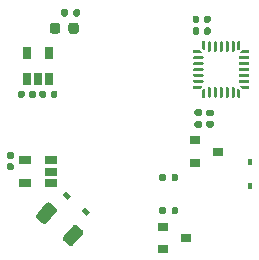
<source format=gtp>
%TF.GenerationSoftware,KiCad,Pcbnew,(5.1.8)-1*%
%TF.CreationDate,2021-07-21T00:03:38+02:00*%
%TF.ProjectId,PX12_Board,50583132-5f42-46f6-9172-642e6b696361,V1.0*%
%TF.SameCoordinates,Original*%
%TF.FileFunction,Paste,Top*%
%TF.FilePolarity,Positive*%
%FSLAX46Y46*%
G04 Gerber Fmt 4.6, Leading zero omitted, Abs format (unit mm)*
G04 Created by KiCad (PCBNEW (5.1.8)-1) date 2021-07-21 00:03:38*
%MOMM*%
%LPD*%
G01*
G04 APERTURE LIST*
%ADD10R,0.650000X1.060000*%
%ADD11R,0.900000X0.800000*%
%ADD12R,1.060000X0.650000*%
%ADD13C,0.100000*%
%ADD14R,0.450000X0.600000*%
G04 APERTURE END LIST*
D10*
%TO.C,U1*%
X165800000Y-93850000D03*
X167700000Y-93850000D03*
X167700000Y-96050000D03*
X166750000Y-96050000D03*
X165800000Y-96050000D03*
%TD*%
%TO.C,D3*%
G36*
G01*
X167737500Y-92006250D02*
X167737500Y-91493750D01*
G75*
G02*
X167956250Y-91275000I218750J0D01*
G01*
X168393750Y-91275000D01*
G75*
G02*
X168612500Y-91493750I0J-218750D01*
G01*
X168612500Y-92006250D01*
G75*
G02*
X168393750Y-92225000I-218750J0D01*
G01*
X167956250Y-92225000D01*
G75*
G02*
X167737500Y-92006250I0J218750D01*
G01*
G37*
G36*
G01*
X169312500Y-92006250D02*
X169312500Y-91493750D01*
G75*
G02*
X169531250Y-91275000I218750J0D01*
G01*
X169968750Y-91275000D01*
G75*
G02*
X170187500Y-91493750I0J-218750D01*
G01*
X170187500Y-92006250D01*
G75*
G02*
X169968750Y-92225000I-218750J0D01*
G01*
X169531250Y-92225000D01*
G75*
G02*
X169312500Y-92006250I0J218750D01*
G01*
G37*
%TD*%
D11*
%TO.C,Q1*%
X182000000Y-102200000D03*
X180000000Y-103150000D03*
X180000000Y-101250000D03*
%TD*%
%TO.C,Q2*%
X177300000Y-108550000D03*
X177300000Y-110450000D03*
X179300000Y-109500000D03*
%TD*%
%TO.C,R2*%
G36*
G01*
X170532644Y-109182788D02*
X169729156Y-110140348D01*
G75*
G02*
X169376952Y-110171162I-191509J160695D01*
G01*
X168898170Y-109769416D01*
G75*
G02*
X168867356Y-109417212I160695J191509D01*
G01*
X169670844Y-108459652D01*
G75*
G02*
X170023048Y-108428838I191509J-160695D01*
G01*
X170501830Y-108830584D01*
G75*
G02*
X170532644Y-109182788I-160695J-191509D01*
G01*
G37*
G36*
G01*
X168291964Y-107302634D02*
X167488476Y-108260194D01*
G75*
G02*
X167136272Y-108291008I-191509J160695D01*
G01*
X166657490Y-107889262D01*
G75*
G02*
X166626676Y-107537058I160695J191509D01*
G01*
X167430164Y-106579498D01*
G75*
G02*
X167782368Y-106548684I191509J-160695D01*
G01*
X168261150Y-106950430D01*
G75*
G02*
X168291964Y-107302634I-160695J-191509D01*
G01*
G37*
%TD*%
D12*
%TO.C,U2*%
X167800000Y-104850000D03*
X167800000Y-103900000D03*
X167800000Y-102950000D03*
X165600000Y-102950000D03*
X165600000Y-104850000D03*
%TD*%
D13*
%TO.C,U3*%
G36*
X180625865Y-97039861D02*
G01*
X180628425Y-97031419D01*
X180632584Y-97023639D01*
X180638180Y-97016820D01*
X180771820Y-96883180D01*
X180778639Y-96877584D01*
X180786419Y-96873425D01*
X180794861Y-96870865D01*
X180803640Y-96870000D01*
X180830000Y-96870000D01*
X180838779Y-96870865D01*
X180847221Y-96873425D01*
X180855001Y-96877584D01*
X180861820Y-96883180D01*
X180867416Y-96889999D01*
X180871575Y-96897779D01*
X180874135Y-96906221D01*
X180875000Y-96915000D01*
X180875000Y-97580000D01*
X180874135Y-97588779D01*
X180871575Y-97597221D01*
X180867416Y-97605001D01*
X180861820Y-97611820D01*
X180855001Y-97617416D01*
X180847221Y-97621575D01*
X180838779Y-97624135D01*
X180830000Y-97625000D01*
X180670000Y-97625000D01*
X180661221Y-97624135D01*
X180652779Y-97621575D01*
X180644999Y-97617416D01*
X180638180Y-97611820D01*
X180632584Y-97605001D01*
X180628425Y-97597221D01*
X180625865Y-97588779D01*
X180625000Y-97580000D01*
X180625000Y-97048640D01*
X180625865Y-97039861D01*
G37*
G36*
G01*
X181312500Y-97625000D02*
X181187500Y-97625000D01*
G75*
G02*
X181125000Y-97562500I0J62500D01*
G01*
X181125000Y-96812500D01*
G75*
G02*
X181187500Y-96750000I62500J0D01*
G01*
X181312500Y-96750000D01*
G75*
G02*
X181375000Y-96812500I0J-62500D01*
G01*
X181375000Y-97562500D01*
G75*
G02*
X181312500Y-97625000I-62500J0D01*
G01*
G37*
G36*
G01*
X181812500Y-97625000D02*
X181687500Y-97625000D01*
G75*
G02*
X181625000Y-97562500I0J62500D01*
G01*
X181625000Y-96812500D01*
G75*
G02*
X181687500Y-96750000I62500J0D01*
G01*
X181812500Y-96750000D01*
G75*
G02*
X181875000Y-96812500I0J-62500D01*
G01*
X181875000Y-97562500D01*
G75*
G02*
X181812500Y-97625000I-62500J0D01*
G01*
G37*
G36*
G01*
X182312500Y-97625000D02*
X182187500Y-97625000D01*
G75*
G02*
X182125000Y-97562500I0J62500D01*
G01*
X182125000Y-96812500D01*
G75*
G02*
X182187500Y-96750000I62500J0D01*
G01*
X182312500Y-96750000D01*
G75*
G02*
X182375000Y-96812500I0J-62500D01*
G01*
X182375000Y-97562500D01*
G75*
G02*
X182312500Y-97625000I-62500J0D01*
G01*
G37*
G36*
G01*
X182812500Y-97625000D02*
X182687500Y-97625000D01*
G75*
G02*
X182625000Y-97562500I0J62500D01*
G01*
X182625000Y-96812500D01*
G75*
G02*
X182687500Y-96750000I62500J0D01*
G01*
X182812500Y-96750000D01*
G75*
G02*
X182875000Y-96812500I0J-62500D01*
G01*
X182875000Y-97562500D01*
G75*
G02*
X182812500Y-97625000I-62500J0D01*
G01*
G37*
G36*
G01*
X183312500Y-97625000D02*
X183187500Y-97625000D01*
G75*
G02*
X183125000Y-97562500I0J62500D01*
G01*
X183125000Y-96812500D01*
G75*
G02*
X183187500Y-96750000I62500J0D01*
G01*
X183312500Y-96750000D01*
G75*
G02*
X183375000Y-96812500I0J-62500D01*
G01*
X183375000Y-97562500D01*
G75*
G02*
X183312500Y-97625000I-62500J0D01*
G01*
G37*
G36*
X183625865Y-96906221D02*
G01*
X183628425Y-96897779D01*
X183632584Y-96889999D01*
X183638180Y-96883180D01*
X183644999Y-96877584D01*
X183652779Y-96873425D01*
X183661221Y-96870865D01*
X183670000Y-96870000D01*
X183696360Y-96870000D01*
X183705139Y-96870865D01*
X183713581Y-96873425D01*
X183721361Y-96877584D01*
X183728180Y-96883180D01*
X183861820Y-97016820D01*
X183867416Y-97023639D01*
X183871575Y-97031419D01*
X183874135Y-97039861D01*
X183875000Y-97048640D01*
X183875000Y-97580000D01*
X183874135Y-97588779D01*
X183871575Y-97597221D01*
X183867416Y-97605001D01*
X183861820Y-97611820D01*
X183855001Y-97617416D01*
X183847221Y-97621575D01*
X183838779Y-97624135D01*
X183830000Y-97625000D01*
X183670000Y-97625000D01*
X183661221Y-97624135D01*
X183652779Y-97621575D01*
X183644999Y-97617416D01*
X183638180Y-97611820D01*
X183632584Y-97605001D01*
X183628425Y-97597221D01*
X183625865Y-97588779D01*
X183625000Y-97580000D01*
X183625000Y-96915000D01*
X183625865Y-96906221D01*
G37*
G36*
X183870865Y-96661221D02*
G01*
X183873425Y-96652779D01*
X183877584Y-96644999D01*
X183883180Y-96638180D01*
X183889999Y-96632584D01*
X183897779Y-96628425D01*
X183906221Y-96625865D01*
X183915000Y-96625000D01*
X184580000Y-96625000D01*
X184588779Y-96625865D01*
X184597221Y-96628425D01*
X184605001Y-96632584D01*
X184611820Y-96638180D01*
X184617416Y-96644999D01*
X184621575Y-96652779D01*
X184624135Y-96661221D01*
X184625000Y-96670000D01*
X184625000Y-96830000D01*
X184624135Y-96838779D01*
X184621575Y-96847221D01*
X184617416Y-96855001D01*
X184611820Y-96861820D01*
X184605001Y-96867416D01*
X184597221Y-96871575D01*
X184588779Y-96874135D01*
X184580000Y-96875000D01*
X184048640Y-96875000D01*
X184039861Y-96874135D01*
X184031419Y-96871575D01*
X184023639Y-96867416D01*
X184016820Y-96861820D01*
X183883180Y-96728180D01*
X183877584Y-96721361D01*
X183873425Y-96713581D01*
X183870865Y-96705139D01*
X183870000Y-96696360D01*
X183870000Y-96670000D01*
X183870865Y-96661221D01*
G37*
G36*
G01*
X184562500Y-96375000D02*
X183812500Y-96375000D01*
G75*
G02*
X183750000Y-96312500I0J62500D01*
G01*
X183750000Y-96187500D01*
G75*
G02*
X183812500Y-96125000I62500J0D01*
G01*
X184562500Y-96125000D01*
G75*
G02*
X184625000Y-96187500I0J-62500D01*
G01*
X184625000Y-96312500D01*
G75*
G02*
X184562500Y-96375000I-62500J0D01*
G01*
G37*
G36*
G01*
X184562500Y-95875000D02*
X183812500Y-95875000D01*
G75*
G02*
X183750000Y-95812500I0J62500D01*
G01*
X183750000Y-95687500D01*
G75*
G02*
X183812500Y-95625000I62500J0D01*
G01*
X184562500Y-95625000D01*
G75*
G02*
X184625000Y-95687500I0J-62500D01*
G01*
X184625000Y-95812500D01*
G75*
G02*
X184562500Y-95875000I-62500J0D01*
G01*
G37*
G36*
G01*
X184562500Y-95375000D02*
X183812500Y-95375000D01*
G75*
G02*
X183750000Y-95312500I0J62500D01*
G01*
X183750000Y-95187500D01*
G75*
G02*
X183812500Y-95125000I62500J0D01*
G01*
X184562500Y-95125000D01*
G75*
G02*
X184625000Y-95187500I0J-62500D01*
G01*
X184625000Y-95312500D01*
G75*
G02*
X184562500Y-95375000I-62500J0D01*
G01*
G37*
G36*
G01*
X184562500Y-94875000D02*
X183812500Y-94875000D01*
G75*
G02*
X183750000Y-94812500I0J62500D01*
G01*
X183750000Y-94687500D01*
G75*
G02*
X183812500Y-94625000I62500J0D01*
G01*
X184562500Y-94625000D01*
G75*
G02*
X184625000Y-94687500I0J-62500D01*
G01*
X184625000Y-94812500D01*
G75*
G02*
X184562500Y-94875000I-62500J0D01*
G01*
G37*
G36*
G01*
X184562500Y-94375000D02*
X183812500Y-94375000D01*
G75*
G02*
X183750000Y-94312500I0J62500D01*
G01*
X183750000Y-94187500D01*
G75*
G02*
X183812500Y-94125000I62500J0D01*
G01*
X184562500Y-94125000D01*
G75*
G02*
X184625000Y-94187500I0J-62500D01*
G01*
X184625000Y-94312500D01*
G75*
G02*
X184562500Y-94375000I-62500J0D01*
G01*
G37*
G36*
X183870865Y-93794861D02*
G01*
X183873425Y-93786419D01*
X183877584Y-93778639D01*
X183883180Y-93771820D01*
X184016820Y-93638180D01*
X184023639Y-93632584D01*
X184031419Y-93628425D01*
X184039861Y-93625865D01*
X184048640Y-93625000D01*
X184580000Y-93625000D01*
X184588779Y-93625865D01*
X184597221Y-93628425D01*
X184605001Y-93632584D01*
X184611820Y-93638180D01*
X184617416Y-93644999D01*
X184621575Y-93652779D01*
X184624135Y-93661221D01*
X184625000Y-93670000D01*
X184625000Y-93830000D01*
X184624135Y-93838779D01*
X184621575Y-93847221D01*
X184617416Y-93855001D01*
X184611820Y-93861820D01*
X184605001Y-93867416D01*
X184597221Y-93871575D01*
X184588779Y-93874135D01*
X184580000Y-93875000D01*
X183915000Y-93875000D01*
X183906221Y-93874135D01*
X183897779Y-93871575D01*
X183889999Y-93867416D01*
X183883180Y-93861820D01*
X183877584Y-93855001D01*
X183873425Y-93847221D01*
X183870865Y-93838779D01*
X183870000Y-93830000D01*
X183870000Y-93803640D01*
X183870865Y-93794861D01*
G37*
G36*
X183625865Y-92911221D02*
G01*
X183628425Y-92902779D01*
X183632584Y-92894999D01*
X183638180Y-92888180D01*
X183644999Y-92882584D01*
X183652779Y-92878425D01*
X183661221Y-92875865D01*
X183670000Y-92875000D01*
X183830000Y-92875000D01*
X183838779Y-92875865D01*
X183847221Y-92878425D01*
X183855001Y-92882584D01*
X183861820Y-92888180D01*
X183867416Y-92894999D01*
X183871575Y-92902779D01*
X183874135Y-92911221D01*
X183875000Y-92920000D01*
X183875000Y-93451360D01*
X183874135Y-93460139D01*
X183871575Y-93468581D01*
X183867416Y-93476361D01*
X183861820Y-93483180D01*
X183728180Y-93616820D01*
X183721361Y-93622416D01*
X183713581Y-93626575D01*
X183705139Y-93629135D01*
X183696360Y-93630000D01*
X183670000Y-93630000D01*
X183661221Y-93629135D01*
X183652779Y-93626575D01*
X183644999Y-93622416D01*
X183638180Y-93616820D01*
X183632584Y-93610001D01*
X183628425Y-93602221D01*
X183625865Y-93593779D01*
X183625000Y-93585000D01*
X183625000Y-92920000D01*
X183625865Y-92911221D01*
G37*
G36*
G01*
X183312500Y-93750000D02*
X183187500Y-93750000D01*
G75*
G02*
X183125000Y-93687500I0J62500D01*
G01*
X183125000Y-92937500D01*
G75*
G02*
X183187500Y-92875000I62500J0D01*
G01*
X183312500Y-92875000D01*
G75*
G02*
X183375000Y-92937500I0J-62500D01*
G01*
X183375000Y-93687500D01*
G75*
G02*
X183312500Y-93750000I-62500J0D01*
G01*
G37*
G36*
G01*
X182812500Y-93750000D02*
X182687500Y-93750000D01*
G75*
G02*
X182625000Y-93687500I0J62500D01*
G01*
X182625000Y-92937500D01*
G75*
G02*
X182687500Y-92875000I62500J0D01*
G01*
X182812500Y-92875000D01*
G75*
G02*
X182875000Y-92937500I0J-62500D01*
G01*
X182875000Y-93687500D01*
G75*
G02*
X182812500Y-93750000I-62500J0D01*
G01*
G37*
G36*
G01*
X182312500Y-93750000D02*
X182187500Y-93750000D01*
G75*
G02*
X182125000Y-93687500I0J62500D01*
G01*
X182125000Y-92937500D01*
G75*
G02*
X182187500Y-92875000I62500J0D01*
G01*
X182312500Y-92875000D01*
G75*
G02*
X182375000Y-92937500I0J-62500D01*
G01*
X182375000Y-93687500D01*
G75*
G02*
X182312500Y-93750000I-62500J0D01*
G01*
G37*
G36*
G01*
X181812500Y-93750000D02*
X181687500Y-93750000D01*
G75*
G02*
X181625000Y-93687500I0J62500D01*
G01*
X181625000Y-92937500D01*
G75*
G02*
X181687500Y-92875000I62500J0D01*
G01*
X181812500Y-92875000D01*
G75*
G02*
X181875000Y-92937500I0J-62500D01*
G01*
X181875000Y-93687500D01*
G75*
G02*
X181812500Y-93750000I-62500J0D01*
G01*
G37*
G36*
G01*
X181312500Y-93750000D02*
X181187500Y-93750000D01*
G75*
G02*
X181125000Y-93687500I0J62500D01*
G01*
X181125000Y-92937500D01*
G75*
G02*
X181187500Y-92875000I62500J0D01*
G01*
X181312500Y-92875000D01*
G75*
G02*
X181375000Y-92937500I0J-62500D01*
G01*
X181375000Y-93687500D01*
G75*
G02*
X181312500Y-93750000I-62500J0D01*
G01*
G37*
G36*
X180625865Y-92911221D02*
G01*
X180628425Y-92902779D01*
X180632584Y-92894999D01*
X180638180Y-92888180D01*
X180644999Y-92882584D01*
X180652779Y-92878425D01*
X180661221Y-92875865D01*
X180670000Y-92875000D01*
X180830000Y-92875000D01*
X180838779Y-92875865D01*
X180847221Y-92878425D01*
X180855001Y-92882584D01*
X180861820Y-92888180D01*
X180867416Y-92894999D01*
X180871575Y-92902779D01*
X180874135Y-92911221D01*
X180875000Y-92920000D01*
X180875000Y-93585000D01*
X180874135Y-93593779D01*
X180871575Y-93602221D01*
X180867416Y-93610001D01*
X180861820Y-93616820D01*
X180855001Y-93622416D01*
X180847221Y-93626575D01*
X180838779Y-93629135D01*
X180830000Y-93630000D01*
X180803640Y-93630000D01*
X180794861Y-93629135D01*
X180786419Y-93626575D01*
X180778639Y-93622416D01*
X180771820Y-93616820D01*
X180638180Y-93483180D01*
X180632584Y-93476361D01*
X180628425Y-93468581D01*
X180625865Y-93460139D01*
X180625000Y-93451360D01*
X180625000Y-92920000D01*
X180625865Y-92911221D01*
G37*
G36*
X179875865Y-93661221D02*
G01*
X179878425Y-93652779D01*
X179882584Y-93644999D01*
X179888180Y-93638180D01*
X179894999Y-93632584D01*
X179902779Y-93628425D01*
X179911221Y-93625865D01*
X179920000Y-93625000D01*
X180451360Y-93625000D01*
X180460139Y-93625865D01*
X180468581Y-93628425D01*
X180476361Y-93632584D01*
X180483180Y-93638180D01*
X180616820Y-93771820D01*
X180622416Y-93778639D01*
X180626575Y-93786419D01*
X180629135Y-93794861D01*
X180630000Y-93803640D01*
X180630000Y-93830000D01*
X180629135Y-93838779D01*
X180626575Y-93847221D01*
X180622416Y-93855001D01*
X180616820Y-93861820D01*
X180610001Y-93867416D01*
X180602221Y-93871575D01*
X180593779Y-93874135D01*
X180585000Y-93875000D01*
X179920000Y-93875000D01*
X179911221Y-93874135D01*
X179902779Y-93871575D01*
X179894999Y-93867416D01*
X179888180Y-93861820D01*
X179882584Y-93855001D01*
X179878425Y-93847221D01*
X179875865Y-93838779D01*
X179875000Y-93830000D01*
X179875000Y-93670000D01*
X179875865Y-93661221D01*
G37*
G36*
G01*
X180687500Y-94375000D02*
X179937500Y-94375000D01*
G75*
G02*
X179875000Y-94312500I0J62500D01*
G01*
X179875000Y-94187500D01*
G75*
G02*
X179937500Y-94125000I62500J0D01*
G01*
X180687500Y-94125000D01*
G75*
G02*
X180750000Y-94187500I0J-62500D01*
G01*
X180750000Y-94312500D01*
G75*
G02*
X180687500Y-94375000I-62500J0D01*
G01*
G37*
G36*
G01*
X180687500Y-94875000D02*
X179937500Y-94875000D01*
G75*
G02*
X179875000Y-94812500I0J62500D01*
G01*
X179875000Y-94687500D01*
G75*
G02*
X179937500Y-94625000I62500J0D01*
G01*
X180687500Y-94625000D01*
G75*
G02*
X180750000Y-94687500I0J-62500D01*
G01*
X180750000Y-94812500D01*
G75*
G02*
X180687500Y-94875000I-62500J0D01*
G01*
G37*
G36*
G01*
X180687500Y-95375000D02*
X179937500Y-95375000D01*
G75*
G02*
X179875000Y-95312500I0J62500D01*
G01*
X179875000Y-95187500D01*
G75*
G02*
X179937500Y-95125000I62500J0D01*
G01*
X180687500Y-95125000D01*
G75*
G02*
X180750000Y-95187500I0J-62500D01*
G01*
X180750000Y-95312500D01*
G75*
G02*
X180687500Y-95375000I-62500J0D01*
G01*
G37*
G36*
G01*
X180687500Y-95875000D02*
X179937500Y-95875000D01*
G75*
G02*
X179875000Y-95812500I0J62500D01*
G01*
X179875000Y-95687500D01*
G75*
G02*
X179937500Y-95625000I62500J0D01*
G01*
X180687500Y-95625000D01*
G75*
G02*
X180750000Y-95687500I0J-62500D01*
G01*
X180750000Y-95812500D01*
G75*
G02*
X180687500Y-95875000I-62500J0D01*
G01*
G37*
G36*
G01*
X180687500Y-96375000D02*
X179937500Y-96375000D01*
G75*
G02*
X179875000Y-96312500I0J62500D01*
G01*
X179875000Y-96187500D01*
G75*
G02*
X179937500Y-96125000I62500J0D01*
G01*
X180687500Y-96125000D01*
G75*
G02*
X180750000Y-96187500I0J-62500D01*
G01*
X180750000Y-96312500D01*
G75*
G02*
X180687500Y-96375000I-62500J0D01*
G01*
G37*
G36*
X179875865Y-96661221D02*
G01*
X179878425Y-96652779D01*
X179882584Y-96644999D01*
X179888180Y-96638180D01*
X179894999Y-96632584D01*
X179902779Y-96628425D01*
X179911221Y-96625865D01*
X179920000Y-96625000D01*
X180585000Y-96625000D01*
X180593779Y-96625865D01*
X180602221Y-96628425D01*
X180610001Y-96632584D01*
X180616820Y-96638180D01*
X180622416Y-96644999D01*
X180626575Y-96652779D01*
X180629135Y-96661221D01*
X180630000Y-96670000D01*
X180630000Y-96696360D01*
X180629135Y-96705139D01*
X180626575Y-96713581D01*
X180622416Y-96721361D01*
X180616820Y-96728180D01*
X180483180Y-96861820D01*
X180476361Y-96867416D01*
X180468581Y-96871575D01*
X180460139Y-96874135D01*
X180451360Y-96875000D01*
X179920000Y-96875000D01*
X179911221Y-96874135D01*
X179902779Y-96871575D01*
X179894999Y-96867416D01*
X179888180Y-96861820D01*
X179882584Y-96855001D01*
X179878425Y-96847221D01*
X179875865Y-96838779D01*
X179875000Y-96830000D01*
X179875000Y-96670000D01*
X179875865Y-96661221D01*
G37*
%TD*%
%TO.C,C1*%
G36*
G01*
X180380000Y-90830000D02*
X180380000Y-91170000D01*
G75*
G02*
X180240000Y-91310000I-140000J0D01*
G01*
X179960000Y-91310000D01*
G75*
G02*
X179820000Y-91170000I0J140000D01*
G01*
X179820000Y-90830000D01*
G75*
G02*
X179960000Y-90690000I140000J0D01*
G01*
X180240000Y-90690000D01*
G75*
G02*
X180380000Y-90830000I0J-140000D01*
G01*
G37*
G36*
G01*
X181340000Y-90830000D02*
X181340000Y-91170000D01*
G75*
G02*
X181200000Y-91310000I-140000J0D01*
G01*
X180920000Y-91310000D01*
G75*
G02*
X180780000Y-91170000I0J140000D01*
G01*
X180780000Y-90830000D01*
G75*
G02*
X180920000Y-90690000I140000J0D01*
G01*
X181200000Y-90690000D01*
G75*
G02*
X181340000Y-90830000I0J-140000D01*
G01*
G37*
%TD*%
%TO.C,C2*%
G36*
G01*
X164570000Y-103760000D02*
X164230000Y-103760000D01*
G75*
G02*
X164090000Y-103620000I0J140000D01*
G01*
X164090000Y-103340000D01*
G75*
G02*
X164230000Y-103200000I140000J0D01*
G01*
X164570000Y-103200000D01*
G75*
G02*
X164710000Y-103340000I0J-140000D01*
G01*
X164710000Y-103620000D01*
G75*
G02*
X164570000Y-103760000I-140000J0D01*
G01*
G37*
G36*
G01*
X164570000Y-102800000D02*
X164230000Y-102800000D01*
G75*
G02*
X164090000Y-102660000I0J140000D01*
G01*
X164090000Y-102380000D01*
G75*
G02*
X164230000Y-102240000I140000J0D01*
G01*
X164570000Y-102240000D01*
G75*
G02*
X164710000Y-102380000I0J-140000D01*
G01*
X164710000Y-102660000D01*
G75*
G02*
X164570000Y-102800000I-140000J0D01*
G01*
G37*
%TD*%
%TO.C,C3*%
G36*
G01*
X180380000Y-91830000D02*
X180380000Y-92170000D01*
G75*
G02*
X180240000Y-92310000I-140000J0D01*
G01*
X179960000Y-92310000D01*
G75*
G02*
X179820000Y-92170000I0J140000D01*
G01*
X179820000Y-91830000D01*
G75*
G02*
X179960000Y-91690000I140000J0D01*
G01*
X180240000Y-91690000D01*
G75*
G02*
X180380000Y-91830000I0J-140000D01*
G01*
G37*
G36*
G01*
X181340000Y-91830000D02*
X181340000Y-92170000D01*
G75*
G02*
X181200000Y-92310000I-140000J0D01*
G01*
X180920000Y-92310000D01*
G75*
G02*
X180780000Y-92170000I0J140000D01*
G01*
X180780000Y-91830000D01*
G75*
G02*
X180920000Y-91690000I140000J0D01*
G01*
X181200000Y-91690000D01*
G75*
G02*
X181340000Y-91830000I0J-140000D01*
G01*
G37*
%TD*%
%TO.C,C5*%
G36*
G01*
X168380000Y-97180000D02*
X168380000Y-97520000D01*
G75*
G02*
X168240000Y-97660000I-140000J0D01*
G01*
X167960000Y-97660000D01*
G75*
G02*
X167820000Y-97520000I0J140000D01*
G01*
X167820000Y-97180000D01*
G75*
G02*
X167960000Y-97040000I140000J0D01*
G01*
X168240000Y-97040000D01*
G75*
G02*
X168380000Y-97180000I0J-140000D01*
G01*
G37*
G36*
G01*
X167420000Y-97180000D02*
X167420000Y-97520000D01*
G75*
G02*
X167280000Y-97660000I-140000J0D01*
G01*
X167000000Y-97660000D01*
G75*
G02*
X166860000Y-97520000I0J140000D01*
G01*
X166860000Y-97180000D01*
G75*
G02*
X167000000Y-97040000I140000J0D01*
G01*
X167280000Y-97040000D01*
G75*
G02*
X167420000Y-97180000I0J-140000D01*
G01*
G37*
%TD*%
%TO.C,C6*%
G36*
G01*
X166000000Y-97520000D02*
X166000000Y-97180000D01*
G75*
G02*
X166140000Y-97040000I140000J0D01*
G01*
X166420000Y-97040000D01*
G75*
G02*
X166560000Y-97180000I0J-140000D01*
G01*
X166560000Y-97520000D01*
G75*
G02*
X166420000Y-97660000I-140000J0D01*
G01*
X166140000Y-97660000D01*
G75*
G02*
X166000000Y-97520000I0J140000D01*
G01*
G37*
G36*
G01*
X165040000Y-97520000D02*
X165040000Y-97180000D01*
G75*
G02*
X165180000Y-97040000I140000J0D01*
G01*
X165460000Y-97040000D01*
G75*
G02*
X165600000Y-97180000I0J-140000D01*
G01*
X165600000Y-97520000D01*
G75*
G02*
X165460000Y-97660000I-140000J0D01*
G01*
X165180000Y-97660000D01*
G75*
G02*
X165040000Y-97520000I0J140000D01*
G01*
G37*
%TD*%
%TO.C,C7*%
G36*
G01*
X181130000Y-98640000D02*
X181470000Y-98640000D01*
G75*
G02*
X181610000Y-98780000I0J-140000D01*
G01*
X181610000Y-99060000D01*
G75*
G02*
X181470000Y-99200000I-140000J0D01*
G01*
X181130000Y-99200000D01*
G75*
G02*
X180990000Y-99060000I0J140000D01*
G01*
X180990000Y-98780000D01*
G75*
G02*
X181130000Y-98640000I140000J0D01*
G01*
G37*
G36*
G01*
X181130000Y-99600000D02*
X181470000Y-99600000D01*
G75*
G02*
X181610000Y-99740000I0J-140000D01*
G01*
X181610000Y-100020000D01*
G75*
G02*
X181470000Y-100160000I-140000J0D01*
G01*
X181130000Y-100160000D01*
G75*
G02*
X180990000Y-100020000I0J140000D01*
G01*
X180990000Y-99740000D01*
G75*
G02*
X181130000Y-99600000I140000J0D01*
G01*
G37*
%TD*%
%TO.C,D1*%
G36*
X168821212Y-105904597D02*
G01*
X169110467Y-105559877D01*
X169570094Y-105945549D01*
X169280839Y-106290269D01*
X168821212Y-105904597D01*
G37*
G36*
X170429906Y-107254451D02*
G01*
X170719161Y-106909731D01*
X171178788Y-107295403D01*
X170889533Y-107640123D01*
X170429906Y-107254451D01*
G37*
%TD*%
D14*
%TO.C,D2*%
X184700000Y-105150000D03*
X184700000Y-103050000D03*
%TD*%
%TO.C,R1*%
G36*
G01*
X178040000Y-104585000D02*
X178040000Y-104215000D01*
G75*
G02*
X178175000Y-104080000I135000J0D01*
G01*
X178445000Y-104080000D01*
G75*
G02*
X178580000Y-104215000I0J-135000D01*
G01*
X178580000Y-104585000D01*
G75*
G02*
X178445000Y-104720000I-135000J0D01*
G01*
X178175000Y-104720000D01*
G75*
G02*
X178040000Y-104585000I0J135000D01*
G01*
G37*
G36*
G01*
X177020000Y-104585000D02*
X177020000Y-104215000D01*
G75*
G02*
X177155000Y-104080000I135000J0D01*
G01*
X177425000Y-104080000D01*
G75*
G02*
X177560000Y-104215000I0J-135000D01*
G01*
X177560000Y-104585000D01*
G75*
G02*
X177425000Y-104720000I-135000J0D01*
G01*
X177155000Y-104720000D01*
G75*
G02*
X177020000Y-104585000I0J135000D01*
G01*
G37*
%TD*%
%TO.C,R3*%
G36*
G01*
X177020000Y-107385000D02*
X177020000Y-107015000D01*
G75*
G02*
X177155000Y-106880000I135000J0D01*
G01*
X177425000Y-106880000D01*
G75*
G02*
X177560000Y-107015000I0J-135000D01*
G01*
X177560000Y-107385000D01*
G75*
G02*
X177425000Y-107520000I-135000J0D01*
G01*
X177155000Y-107520000D01*
G75*
G02*
X177020000Y-107385000I0J135000D01*
G01*
G37*
G36*
G01*
X178040000Y-107385000D02*
X178040000Y-107015000D01*
G75*
G02*
X178175000Y-106880000I135000J0D01*
G01*
X178445000Y-106880000D01*
G75*
G02*
X178580000Y-107015000I0J-135000D01*
G01*
X178580000Y-107385000D01*
G75*
G02*
X178445000Y-107520000I-135000J0D01*
G01*
X178175000Y-107520000D01*
G75*
G02*
X178040000Y-107385000I0J135000D01*
G01*
G37*
%TD*%
%TO.C,R4*%
G36*
G01*
X168710000Y-90635000D02*
X168710000Y-90265000D01*
G75*
G02*
X168845000Y-90130000I135000J0D01*
G01*
X169115000Y-90130000D01*
G75*
G02*
X169250000Y-90265000I0J-135000D01*
G01*
X169250000Y-90635000D01*
G75*
G02*
X169115000Y-90770000I-135000J0D01*
G01*
X168845000Y-90770000D01*
G75*
G02*
X168710000Y-90635000I0J135000D01*
G01*
G37*
G36*
G01*
X169730000Y-90635000D02*
X169730000Y-90265000D01*
G75*
G02*
X169865000Y-90130000I135000J0D01*
G01*
X170135000Y-90130000D01*
G75*
G02*
X170270000Y-90265000I0J-135000D01*
G01*
X170270000Y-90635000D01*
G75*
G02*
X170135000Y-90770000I-135000J0D01*
G01*
X169865000Y-90770000D01*
G75*
G02*
X169730000Y-90635000I0J135000D01*
G01*
G37*
%TD*%
%TO.C,R5*%
G36*
G01*
X180485000Y-99160000D02*
X180115000Y-99160000D01*
G75*
G02*
X179980000Y-99025000I0J135000D01*
G01*
X179980000Y-98755000D01*
G75*
G02*
X180115000Y-98620000I135000J0D01*
G01*
X180485000Y-98620000D01*
G75*
G02*
X180620000Y-98755000I0J-135000D01*
G01*
X180620000Y-99025000D01*
G75*
G02*
X180485000Y-99160000I-135000J0D01*
G01*
G37*
G36*
G01*
X180485000Y-100180000D02*
X180115000Y-100180000D01*
G75*
G02*
X179980000Y-100045000I0J135000D01*
G01*
X179980000Y-99775000D01*
G75*
G02*
X180115000Y-99640000I135000J0D01*
G01*
X180485000Y-99640000D01*
G75*
G02*
X180620000Y-99775000I0J-135000D01*
G01*
X180620000Y-100045000D01*
G75*
G02*
X180485000Y-100180000I-135000J0D01*
G01*
G37*
%TD*%
M02*

</source>
